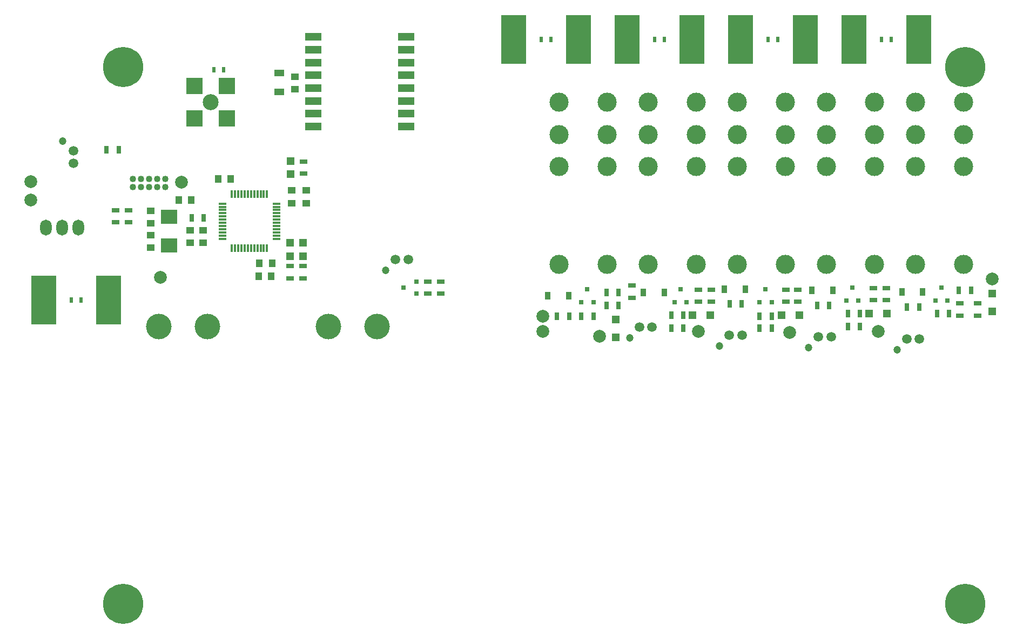
<source format=gts>
G04 #@! TF.FileFunction,Soldermask,Top*
%FSLAX46Y46*%
G04 Gerber Fmt 4.6, Leading zero omitted, Abs format (unit mm)*
G04 Created by KiCad (PCBNEW 0.201507280910+6003~25~ubuntu14.04.1-product) date Thu 20 Aug 2015 03:53:45 BST*
%MOMM*%
G01*
G04 APERTURE LIST*
%ADD10C,0.100000*%
%ADD11R,1.000000X1.250000*%
%ADD12R,1.250000X1.000000*%
%ADD13R,1.600000X1.000000*%
%ADD14R,0.500000X0.900000*%
%ADD15R,0.910000X1.220000*%
%ADD16C,4.000000*%
%ADD17C,3.000000*%
%ADD18R,0.800100X0.800100*%
%ADD19R,1.300000X0.700000*%
%ADD20R,0.700000X1.300000*%
%ADD21C,2.000000*%
%ADD22R,2.500000X2.300000*%
%ADD23C,6.300000*%
%ADD24C,0.600000*%
%ADD25C,1.500000*%
%ADD26C,1.200000*%
%ADD27R,1.200000X1.200000*%
%ADD28O,1.800000X2.500000*%
%ADD29R,1.200000X0.300000*%
%ADD30R,0.300000X1.200000*%
%ADD31R,2.500000X1.200000*%
%ADD32C,1.016000*%
%ADD33C,2.500000*%
%ADD34R,2.500000X2.500000*%
%ADD35R,1.198880X1.198880*%
%ADD36R,4.000000X2.540000*%
%ADD37R,4.000000X3.048000*%
G04 APERTURE END LIST*
D10*
D11*
X79232000Y-90424000D03*
X77232000Y-90424000D03*
X70755000Y-77216000D03*
X72755000Y-77216000D03*
X79105000Y-92456000D03*
X77105000Y-92456000D03*
X66595500Y-80518000D03*
X64595500Y-80518000D03*
D12*
X68453000Y-87233000D03*
X68453000Y-85233000D03*
X66421000Y-87233000D03*
X66421000Y-85233000D03*
X82296000Y-79010000D03*
X82296000Y-81010000D03*
D13*
X80391000Y-63603000D03*
X80391000Y-60603000D03*
D12*
X82804000Y-63166500D03*
X82804000Y-61166500D03*
X84582000Y-79010000D03*
X84582000Y-81010000D03*
X60198000Y-87995000D03*
X60198000Y-85995000D03*
X60198000Y-82185000D03*
X60198000Y-84185000D03*
D14*
X49264000Y-96139000D03*
X47764000Y-96139000D03*
X70116000Y-60071000D03*
X71616000Y-60071000D03*
D15*
X122461000Y-95504000D03*
X125731000Y-95504000D03*
X163863000Y-94615000D03*
X167133000Y-94615000D03*
D14*
X158484000Y-55372000D03*
X156984000Y-55372000D03*
D15*
X137447000Y-94996000D03*
X140717000Y-94996000D03*
D14*
X122924000Y-55372000D03*
X121424000Y-55372000D03*
D15*
X177960000Y-94869000D03*
X181230000Y-94869000D03*
D14*
X176264000Y-55372000D03*
X174764000Y-55372000D03*
D15*
X150147000Y-94488000D03*
X153417000Y-94488000D03*
D14*
X140704000Y-55372000D03*
X139204000Y-55372000D03*
D16*
X61468000Y-100330000D03*
X95678000Y-100330000D03*
X69088000Y-100330000D03*
X88068000Y-100330000D03*
D17*
X131746000Y-90558000D03*
X124246000Y-90558000D03*
X131746000Y-70258000D03*
X124246000Y-70258000D03*
X131746000Y-75298000D03*
X124246000Y-75298000D03*
X131746000Y-65218000D03*
X124246000Y-65218000D03*
X173656000Y-90558000D03*
X166156000Y-90558000D03*
X173656000Y-70258000D03*
X166156000Y-70258000D03*
X173656000Y-75298000D03*
X166156000Y-75298000D03*
X173656000Y-65218000D03*
X166156000Y-65218000D03*
X145716000Y-90558000D03*
X138216000Y-90558000D03*
X145716000Y-70258000D03*
X138216000Y-70258000D03*
X145716000Y-75298000D03*
X138216000Y-75298000D03*
X145716000Y-65218000D03*
X138216000Y-65218000D03*
X187626000Y-90558000D03*
X180126000Y-90558000D03*
X187626000Y-70258000D03*
X180126000Y-70258000D03*
X187626000Y-75298000D03*
X180126000Y-75298000D03*
X187626000Y-65218000D03*
X180126000Y-65218000D03*
X159686000Y-90558000D03*
X152186000Y-90558000D03*
X159686000Y-70258000D03*
X152186000Y-70258000D03*
X159686000Y-75298000D03*
X152186000Y-75298000D03*
X159686000Y-65218000D03*
X152186000Y-65218000D03*
D18*
X127701000Y-96504760D03*
X129601000Y-96504760D03*
X128651000Y-94505780D03*
X169230000Y-96250760D03*
X171130000Y-96250760D03*
X170180000Y-94251780D03*
X142306000Y-96504760D03*
X144206000Y-96504760D03*
X143256000Y-94505780D03*
X183200000Y-96250760D03*
X185100000Y-96250760D03*
X184150000Y-94251780D03*
X155641000Y-96504760D03*
X157541000Y-96504760D03*
X156591000Y-94505780D03*
D19*
X56769000Y-84008000D03*
X56769000Y-82108000D03*
X54737000Y-82108000D03*
X54737000Y-84008000D03*
D20*
X53279000Y-72644000D03*
X55179000Y-72644000D03*
X66614000Y-83312000D03*
X68514000Y-83312000D03*
X129601000Y-98679000D03*
X127701000Y-98679000D03*
X123891000Y-98679000D03*
X125791000Y-98679000D03*
X133538000Y-97028000D03*
X131638000Y-97028000D03*
X131638000Y-94996000D03*
X133538000Y-94996000D03*
X166558000Y-97028000D03*
X164658000Y-97028000D03*
D19*
X173482000Y-96200000D03*
X173482000Y-94300000D03*
X175514000Y-96200000D03*
X175514000Y-94300000D03*
D20*
X169484000Y-98298000D03*
X171384000Y-98298000D03*
D19*
X135636000Y-95819000D03*
X135636000Y-93919000D03*
D20*
X171384000Y-100330000D03*
X169484000Y-100330000D03*
D19*
X148082000Y-96454000D03*
X148082000Y-94554000D03*
X146050000Y-96454000D03*
X146050000Y-94554000D03*
D20*
X141798000Y-98552000D03*
X143698000Y-98552000D03*
X143698000Y-100584000D03*
X141798000Y-100584000D03*
X180655000Y-97282000D03*
X178755000Y-97282000D03*
D19*
X189865000Y-98613000D03*
X189865000Y-96713000D03*
D20*
X186883000Y-94615000D03*
X188783000Y-94615000D03*
X183454000Y-98298000D03*
X185354000Y-98298000D03*
X152842000Y-96774000D03*
X150942000Y-96774000D03*
D19*
X187071000Y-98613000D03*
X187071000Y-96713000D03*
X161671000Y-96454000D03*
X161671000Y-94554000D03*
X159766000Y-96454000D03*
X159766000Y-94554000D03*
D20*
X155641000Y-98679000D03*
X157541000Y-98679000D03*
X157541000Y-100584000D03*
X155641000Y-100584000D03*
D21*
X61722000Y-92583000D03*
X41402000Y-80518000D03*
X65024000Y-77724000D03*
X41402000Y-77597000D03*
X121666000Y-101092000D03*
X121666000Y-98679000D03*
X130556000Y-101854000D03*
X174244000Y-101092000D03*
X146050000Y-101092000D03*
X192151000Y-92837000D03*
X160401000Y-101219000D03*
D22*
X63119000Y-83112000D03*
X63119000Y-87612000D03*
D18*
X101838760Y-95184000D03*
X101838760Y-93284000D03*
X99839780Y-94234000D03*
D19*
X103632000Y-95184000D03*
X103632000Y-93284000D03*
X105664000Y-93284000D03*
X105664000Y-95184000D03*
D23*
X55905400Y-143725900D03*
D24*
X55905400Y-141225900D03*
X58405400Y-143725900D03*
X55905400Y-146225900D03*
X53405400Y-143725900D03*
X54105400Y-141925900D03*
X57705400Y-141925900D03*
X54105400Y-145525900D03*
X57705400Y-145525900D03*
D23*
X187921900Y-143725900D03*
D24*
X187921900Y-141225900D03*
X190421900Y-143725900D03*
X187921900Y-146225900D03*
X185421900Y-143725900D03*
X186121900Y-141925900D03*
X189721900Y-141925900D03*
X186121900Y-145525900D03*
X189721900Y-145525900D03*
D23*
X187921900Y-59715400D03*
D24*
X187921900Y-57215400D03*
X190421900Y-59715400D03*
X187921900Y-62215400D03*
X185421900Y-59715400D03*
X186121900Y-57915400D03*
X189721900Y-57915400D03*
X186121900Y-61515400D03*
X189721900Y-61515400D03*
D23*
X55918100Y-59715400D03*
D24*
X55918100Y-57215400D03*
X58418100Y-59715400D03*
X55918100Y-62215400D03*
X53418100Y-59715400D03*
X54118100Y-57915400D03*
X57718100Y-57915400D03*
X54118100Y-61515400D03*
X57718100Y-61515400D03*
D25*
X100568000Y-89827000D03*
X98568000Y-89827000D03*
D26*
X97068000Y-91527000D03*
D25*
X48095000Y-74787000D03*
X48095000Y-72787000D03*
D26*
X46395000Y-71287000D03*
D25*
X152892000Y-101638000D03*
X150892000Y-101638000D03*
D26*
X149392000Y-103338000D03*
D25*
X180705000Y-102273000D03*
X178705000Y-102273000D03*
D26*
X177205000Y-103973000D03*
D25*
X138795000Y-100368000D03*
X136795000Y-100368000D03*
D26*
X135295000Y-102068000D03*
D25*
X166862000Y-101892000D03*
X164862000Y-101892000D03*
D26*
X163362000Y-103592000D03*
D27*
X161928000Y-98552000D03*
X159128000Y-98552000D03*
X192151000Y-97920000D03*
X192151000Y-95120000D03*
X147958000Y-98552000D03*
X145158000Y-98552000D03*
X172844000Y-98298000D03*
X175644000Y-98298000D03*
X133096000Y-101984000D03*
X133096000Y-99184000D03*
D28*
X48895000Y-84836000D03*
X46355000Y-84836000D03*
X43815000Y-84836000D03*
D29*
X71442000Y-81070000D03*
X71442000Y-81570000D03*
X71442000Y-82070000D03*
X71442000Y-82570000D03*
X71442000Y-83070000D03*
X71442000Y-83570000D03*
X71442000Y-84070000D03*
X71442000Y-84570000D03*
X71442000Y-85070000D03*
X71442000Y-85570000D03*
X71442000Y-86070000D03*
X71442000Y-86570000D03*
D30*
X72942000Y-88070000D03*
X73442000Y-88070000D03*
X73942000Y-88070000D03*
X74442000Y-88070000D03*
X74942000Y-88070000D03*
X75442000Y-88070000D03*
X75942000Y-88070000D03*
X76442000Y-88070000D03*
X76942000Y-88070000D03*
X77442000Y-88070000D03*
X77942000Y-88070000D03*
X78442000Y-88070000D03*
D29*
X79942000Y-86570000D03*
X79942000Y-86070000D03*
X79942000Y-85570000D03*
X79942000Y-85070000D03*
X79942000Y-84570000D03*
X79942000Y-84070000D03*
X79942000Y-83570000D03*
X79942000Y-83070000D03*
X79942000Y-82570000D03*
X79942000Y-82070000D03*
X79942000Y-81570000D03*
X79942000Y-81070000D03*
D30*
X78442000Y-79570000D03*
X77942000Y-79570000D03*
X77442000Y-79570000D03*
X76942000Y-79570000D03*
X76442000Y-79570000D03*
X75942000Y-79570000D03*
X75442000Y-79570000D03*
X74942000Y-79570000D03*
X74442000Y-79570000D03*
X73942000Y-79570000D03*
X73442000Y-79570000D03*
X72942000Y-79570000D03*
D31*
X100214000Y-68976000D03*
X100214000Y-66976000D03*
X100214000Y-64976000D03*
X100214000Y-62976000D03*
X100214000Y-60976000D03*
X100214000Y-58976000D03*
X100214000Y-56976000D03*
X100214000Y-54976000D03*
X85714000Y-54976000D03*
X85714000Y-56976000D03*
X85714000Y-58976000D03*
X85714000Y-60976000D03*
X85714000Y-62976000D03*
X85714000Y-64976000D03*
X85714000Y-66976000D03*
X85714000Y-68976000D03*
D32*
X57404000Y-78486000D03*
X57404000Y-77216000D03*
X58674000Y-78486000D03*
X58674000Y-77216000D03*
X59944000Y-78486000D03*
X59944000Y-77216000D03*
X61214000Y-78486000D03*
X61214000Y-77216000D03*
X62484000Y-78486000D03*
X62484000Y-77216000D03*
D33*
X69596000Y-65151000D03*
D34*
X67056000Y-62611000D03*
X72136000Y-62611000D03*
X67056000Y-67691000D03*
X72136000Y-67691000D03*
D35*
X82169000Y-76487020D03*
X82169000Y-74388980D03*
X82042000Y-87215980D03*
X82042000Y-89314020D03*
X84074000Y-87215980D03*
X84074000Y-89314020D03*
D19*
X84201000Y-74488000D03*
X84201000Y-76388000D03*
X82042000Y-90871000D03*
X82042000Y-92771000D03*
X84074000Y-90871000D03*
X84074000Y-92771000D03*
D36*
X43434000Y-93599000D03*
D37*
X43434000Y-96139000D03*
D36*
X43434000Y-98679000D03*
X53594000Y-93599000D03*
D37*
X53594000Y-96139000D03*
D36*
X53594000Y-98679000D03*
X152654000Y-52832000D03*
D37*
X152654000Y-55372000D03*
D36*
X152654000Y-57912000D03*
X162814000Y-52832000D03*
D37*
X162814000Y-55372000D03*
D36*
X162814000Y-57912000D03*
X117094000Y-52832000D03*
D37*
X117094000Y-55372000D03*
D36*
X117094000Y-57912000D03*
X127254000Y-52832000D03*
D37*
X127254000Y-55372000D03*
D36*
X127254000Y-57912000D03*
X170434000Y-52832000D03*
D37*
X170434000Y-55372000D03*
D36*
X170434000Y-57912000D03*
X180594000Y-52832000D03*
D37*
X180594000Y-55372000D03*
D36*
X180594000Y-57912000D03*
X134874000Y-52832000D03*
D37*
X134874000Y-55372000D03*
D36*
X134874000Y-57912000D03*
X145034000Y-52832000D03*
D37*
X145034000Y-55372000D03*
D36*
X145034000Y-57912000D03*
M02*

</source>
